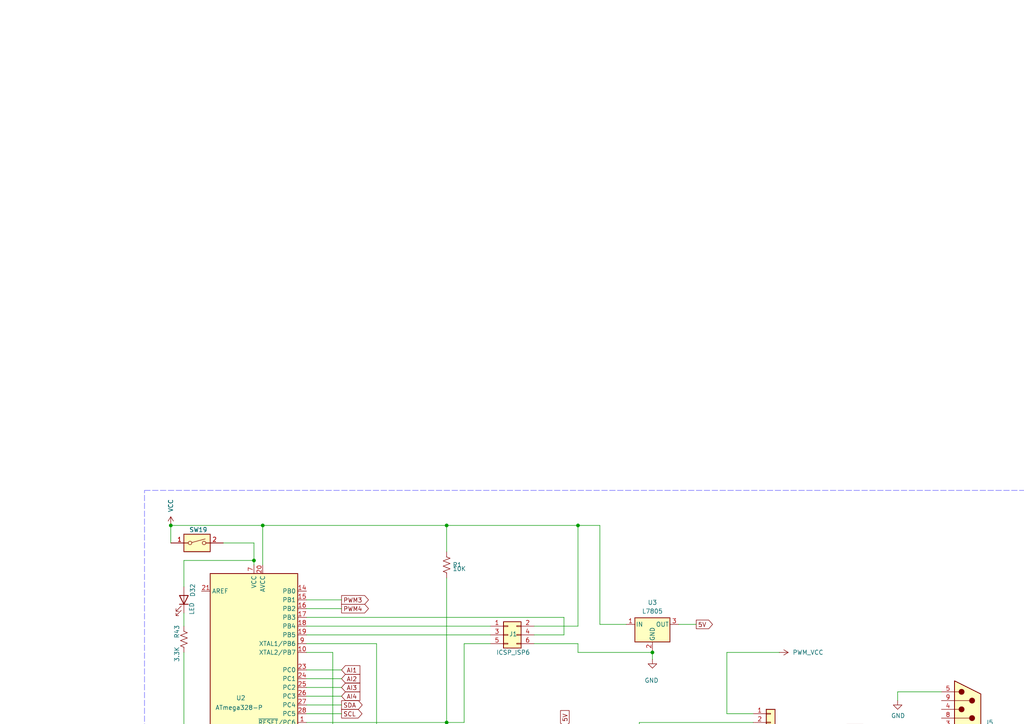
<source format=kicad_sch>
(kicad_sch (version 20250114) (generator "eeschema") (generator_version "9.0")
  (paper "A4")
  (lib_symbols
    (symbol "Connector:DE9_Pins" (pin_names (offset 1.016) (hide yes))
      (property "Reference" "J" (at 0 13.97 0))
      (property "Value" "DE9_Pins" (at 0 -14.605 0))
      (symbol "DE9_Pins_0_1"
        (polyline (pts (xy -3.81 10.16) (xy -2.54 10.16)))
        (polyline (pts (xy -3.81 7.62) (xy 0.508 7.62)))
        (polyline (pts (xy -3.81 5.08) (xy -2.54 5.08)))
        (polyline (pts (xy -3.81 2.54) (xy 0.508 2.54)))
        (polyline (pts (xy -3.81 0) (xy -2.54 0)))
        (polyline (pts (xy -3.81 -2.54) (xy 0.508 -2.54)))
        (polyline (pts (xy -3.81 -5.08) (xy -2.54 -5.08)))
        (polyline (pts (xy -3.81 -7.62) (xy 0.508 -7.62)))
        (polyline (pts (xy -3.81 -10.16) (xy -2.54 -10.16)))
        (polyline (pts (xy -3.81 -13.335) (xy -3.81 13.335) (xy 3.81 9.525) (xy 3.81 -9.525) (xy -3.81 -13.335)) (stroke (width 0.254)) (fill (type background)))
        (circle (center -1.778 10.16) (radius 0.762) (fill (type outline)))
        (circle (center -1.778 5.08) (radius 0.762) (fill (type outline)))
        (circle (center -1.778 0) (radius 0.762) (fill (type outline)))
        (circle (center -1.778 -5.08) (radius 0.762) (fill (type outline)))
        (circle (center -1.778 -10.16) (radius 0.762) (fill (type outline)))
        (circle (center 1.27 7.62) (radius 0.762) (fill (type outline)))
        (circle (center 1.27 2.54) (radius 0.762) (fill (type outline)))
        (circle (center 1.27 -2.54) (radius 0.762) (fill (type outline)))
        (circle (center 1.27 -7.62) (radius 0.762) (fill (type outline)))
      )
      (symbol "DE9_Pins_1_1"
        (pin passive line (at -7.62 10.16 0) (length 3.81) (name "5") (number "5"))
        (pin passive line (at -7.62 7.62 0) (length 3.81) (name "9") (number "9"))
        (pin passive line (at -7.62 5.08 0) (length 3.81) (name "4") (number "4"))
        (pin passive line (at -7.62 2.54 0) (length 3.81) (name "8") (number "8"))
        (pin passive line (at -7.62 0 0) (length 3.81) (name "3") (number "3"))
        (pin passive line (at -7.62 -2.54 0) (length 3.81) (name "7") (number "7"))
        (pin passive line (at -7.62 -5.08 0) (length 3.81) (name "2") (number "2"))
        (pin passive line (at -7.62 -7.62 0) (length 3.81) (name "6") (number "6"))
        (pin passive line (at -7.62 -10.16 0) (length 3.81) (name "1") (number "1"))
      )
    )
    (symbol "Connector_Generic:Conn_01x05" (pin_names (offset 1.016) (hide yes))
      (property "Reference" "J" (at 0 7.62 0))
      (property "Value" "Conn_01x05" (at 0 -7.62 0))
      (symbol "Conn_01x05_1_1"
        (rectangle (start -1.27 6.35) (end 1.27 -6.35) (stroke (width 0.254)) (fill (type background)))
        (rectangle (start -1.27 5.207) (end 0 4.953) (stroke (width 0.1524)))
        (rectangle (start -1.27 2.667) (end 0 2.413) (stroke (width 0.1524)))
        (rectangle (start -1.27 0.127) (end 0 -0.127) (stroke (width 0.1524)))
        (rectangle (start -1.27 -2.413) (end 0 -2.667) (stroke (width 0.1524)))
        (rectangle (start -1.27 -4.953) (end 0 -5.207) (stroke (width 0.1524)))
        (pin passive line (at -5.08 5.08 0) (length 3.81) (name "Pin_1") (number "1"))
        (pin passive line (at -5.08 2.54 0) (length 3.81) (name "Pin_2") (number "2"))
        (pin passive line (at -5.08 0 0) (length 3.81) (name "Pin_3") (number "3"))
        (pin passive line (at -5.08 -2.54 0) (length 3.81) (name "Pin_4") (number "4"))
        (pin passive line (at -5.08 -5.08 0) (length 3.81) (name "Pin_5") (number "5"))
      )
    )
    (symbol "Connector_Generic:Conn_02x03_Odd_Even" (pin_names (offset 1.016) (hide yes))
      (property "Reference" "J" (at 1.27 5.08 0))
      (property "Value" "Conn_02x03_Odd_Even" (at 1.27 -5.08 0))
      (symbol "Conn_02x03_Odd_Even_1_1"
        (rectangle (start -1.27 3.81) (end 3.81 -3.81) (stroke (width 0.254)) (fill (type background)))
        (rectangle (start -1.27 2.667) (end 0 2.413) (stroke (width 0.1524)))
        (rectangle (start -1.27 0.127) (end 0 -0.127) (stroke (width 0.1524)))
        (rectangle (start -1.27 -2.413) (end 0 -2.667) (stroke (width 0.1524)))
        (rectangle (start 3.81 2.667) (end 2.54 2.413) (stroke (width 0.1524)))
        (rectangle (start 3.81 0.127) (end 2.54 -0.127) (stroke (width 0.1524)))
        (rectangle (start 3.81 -2.413) (end 2.54 -2.667) (stroke (width 0.1524)))
        (pin passive line (at -5.08 2.54 0) (length 3.81) (name "Pin_1") (number "1"))
        (pin passive line (at -5.08 0 0) (length 3.81) (name "Pin_3") (number "3"))
        (pin passive line (at -5.08 -2.54 0) (length 3.81) (name "Pin_5") (number "5"))
        (pin passive line (at 7.62 2.54 180) (length 3.81) (name "Pin_2") (number "2"))
        (pin passive line (at 7.62 0 180) (length 3.81) (name "Pin_4") (number "4"))
        (pin passive line (at 7.62 -2.54 180) (length 3.81) (name "Pin_6") (number "6"))
      )
    )
    (symbol "Device:C_Small" (pin_numbers (hide yes)) (pin_names (offset 0.254) (hide yes))
      (property "Reference" "C" (at 0.254 1.778 0))
      (property "Value" "C_Small" (at 0.254 -2.032 0))
      (symbol "C_Small_0_1"
        (polyline (pts (xy -1.524 0.508) (xy 1.524 0.508)) (stroke (width 0.3048)))
        (polyline (pts (xy -1.524 -0.508) (xy 1.524 -0.508)) (stroke (width 0.3302)))
      )
      (symbol "C_Small_1_1"
        (pin passive line (at 0 2.54 270) (length 2.032) (name "~") (number "1"))
        (pin passive line (at 0 -2.54 90) (length 2.032) (name "~") (number "2"))
      )
    )
    (symbol "Device:C_Small_US" (pin_numbers (hide yes)) (pin_names (offset 0.254) (hide yes))
      (property "Reference" "C" (at 0.254 1.778 0))
      (property "Value" "C_Small_US" (at 0.254 -2.032 0))
      (symbol "C_Small_US_0_1"
        (polyline (pts (xy -1.524 0.508) (xy 1.524 0.508)) (stroke (width 0.3048)))
        (arc (start -1.524 -0.762) (mid 0 -0.3734) (end 1.524 -0.762) (stroke (width 0.3048)))
      )
      (symbol "C_Small_US_1_1"
        (pin passive line (at 0 2.54 270) (length 2.032) (name "~") (number "1"))
        (pin passive line (at 0 -2.54 90) (length 2.032) (name "~") (number "2"))
      )
    )
    (symbol "Device:Crystal_Small" (pin_numbers (hide yes)) (pin_names (offset 1.016) (hide yes))
      (property "Reference" "Y" (at 0 2.54 0))
      (property "Value" "Crystal_Small" (at 0 -2.54 0))
      (symbol "Crystal_Small_0_1"
        (polyline (pts (xy -1.27 -0.762) (xy -1.27 0.762)) (stroke (width 0.381)))
        (rectangle (start -0.762 -1.524) (end 0.762 1.524))
        (polyline (pts (xy 1.27 -0.762) (xy 1.27 0.762)) (stroke (width 0.381)))
      )
      (symbol "Crystal_Small_1_1"
        (pin passive line (at -2.54 0 0) (length 1.27) (name "1") (number "1"))
        (pin passive line (at 2.54 0 180) (length 1.27) (name "2") (number "2"))
      )
    )
    (symbol "Device:LED" (pin_numbers (hide yes)) (pin_names (offset 1.016) (hide yes))
      (property "Reference" "D" (at 0 2.54 0))
      (property "Value" "LED" (at 0 -2.54 0))
      (symbol "LED_0_1"
        (polyline (pts (xy -3.048 -0.762) (xy -4.572 -2.286) (xy -3.81 -2.286) (xy -4.572 -2.286) (xy -4.572 -1.524)))
        (polyline (pts (xy -1.778 -0.762) (xy -3.302 -2.286) (xy -2.54 -2.286) (xy -3.302 -2.286) (xy -3.302 -1.524)))
        (polyline (pts (xy -1.27 0) (xy 1.27 0)))
        (polyline (pts (xy -1.27 -1.27) (xy -1.27 1.27)) (stroke (width 0.254)))
        (polyline (pts (xy 1.27 -1.27) (xy 1.27 1.27) (xy -1.27 0) (xy 1.27 -1.27)) (stroke (width 0.254)))
      )
      (symbol "LED_1_1"
        (pin passive line (at -3.81 0 0) (length 2.54) (name "K") (number "1"))
        (pin passive line (at 3.81 0 180) (length 2.54) (name "A") (number "2"))
      )
    )
    (symbol "Device:R_US" (pin_numbers (hide yes)) (pin_names (offset 0))
      (property "Reference" "R" (at 2.54 0 90))
      (property "Value" "R_US" (at -2.54 0 90))
      (symbol "R_US_0_1"
        (polyline (pts (xy 0 2.286) (xy 0 2.54)))
        (polyline (pts (xy 0 2.286) (xy 1.016 1.905) (xy 0 1.524) (xy -1.016 1.143) (xy 0 0.762)))
        (polyline (pts (xy 0 0.762) (xy 1.016 0.381) (xy 0 0) (xy -1.016 -0.381) (xy 0 -0.762)))
        (polyline (pts (xy 0 -0.762) (xy 1.016 -1.143) (xy 0 -1.524) (xy -1.016 -1.905) (xy 0 -2.286)))
        (polyline (pts (xy 0 -2.286) (xy 0 -2.54)))
      )
      (symbol "R_US_1_1"
        (pin passive line (at 0 3.81 270) (length 1.27) (name "~") (number "1"))
        (pin passive line (at 0 -3.81 90) (length 1.27) (name "~") (number "2"))
      )
    )
    (symbol "MCU_Microchip_ATmega:ATmega328-P"
      (property "Reference" "U" (at -12.7 36.83 0))
      (property "Value" "ATmega328-P" (at 2.54 -36.83 0))
      (symbol "ATmega328-P_0_1"
        (rectangle (start -12.7 -35.56) (end 12.7 35.56) (stroke (width 0.254)) (fill (type background)))
      )
      (symbol "ATmega328-P_1_1"
        (pin passive line (at -15.24 30.48 0) (length 2.54) (name "AREF") (number "21"))
        (pin power_in line (at 0 38.1 270) (length 2.54) (name "VCC") (number "7"))
        (pin passive line (at 0 -38.1 90) (length 2.54) (hide yes) (name "GND") (number "22"))
        (pin power_in line (at 0 -38.1 90) (length 2.54) (name "GND") (number "8"))
        (pin power_in line (at 2.54 38.1 270) (length 2.54) (name "AVCC") (number "20"))
        (pin bidirectional line (at 15.24 30.48 180) (length 2.54) (name "PB0") (number "14"))
        (pin bidirectional line (at 15.24 27.94 180) (length 2.54) (name "PB1") (number "15"))
        (pin bidirectional line (at 15.24 25.4 180) (length 2.54) (name "PB2") (number "16"))
        (pin bidirectional line (at 15.24 22.86 180) (length 2.54) (name "PB3") (number "17"))
        (pin bidirectional line (at 15.24 20.32 180) (length 2.54) (name "PB4") (number "18"))
        (pin bidirectional line (at 15.24 17.78 180) (length 2.54) (name "PB5") (number "19"))
        (pin bidirectional line (at 15.24 15.24 180) (length 2.54) (name "XTAL1/PB6") (number "9"))
        (pin bidirectional line (at 15.24 12.7 180) (length 2.54) (name "XTAL2/PB7") (number "10"))
        (pin bidirectional line (at 15.24 7.62 180) (length 2.54) (name "PC0") (number "23"))
        (pin bidirectional line (at 15.24 5.08 180) (length 2.54) (name "PC1") (number "24"))
        (pin bidirectional line (at 15.24 2.54 180) (length 2.54) (name "PC2") (number "25"))
        (pin bidirectional line (at 15.24 0 180) (length 2.54) (name "PC3") (number "26"))
        (pin bidirectional line (at 15.24 -2.54 180) (length 2.54) (name "PC4") (number "27"))
        (pin bidirectional line (at 15.24 -5.08 180) (length 2.54) (name "PC5") (number "28"))
        (pin bidirectional line (at 15.24 -7.62 180) (length 2.54) (name "~{RESET}/PC6") (number "1"))
        (pin bidirectional line (at 15.24 -12.7 180) (length 2.54) (name "PD0") (number "2"))
        (pin bidirectional line (at 15.24 -15.24 180) (length 2.54) (name "PD1") (number "3"))
        (pin bidirectional line (at 15.24 -17.78 180) (length 2.54) (name "PD2") (number "4"))
        (pin bidirectional line (at 15.24 -20.32 180) (length 2.54) (name "PD3") (number "5"))
        (pin bidirectional line (at 15.24 -22.86 180) (length 2.54) (name "PD4") (number "6"))
        (pin bidirectional line (at 15.24 -25.4 180) (length 2.54) (name "PD5") (number "11"))
        (pin bidirectional line (at 15.24 -27.94 180) (length 2.54) (name "PD6") (number "12"))
        (pin bidirectional line (at 15.24 -30.48 180) (length 2.54) (name "PD7") (number "13"))
      )
    )
    (symbol "Regulator_Linear:L7805" (pin_names (offset 0.254))
      (property "Reference" "U" (at -3.81 3.175 0))
      (property "Value" "L7805" (at 0 3.175 0))
      (symbol "L7805_0_1"
        (rectangle (start -5.08 1.905) (end 5.08 -5.08) (stroke (width 0.254)) (fill (type background)))
      )
      (symbol "L7805_1_1"
        (pin power_in line (at -7.62 0 0) (length 2.54) (name "IN") (number "1"))
        (pin power_in line (at 0 -7.62 90) (length 2.54) (name "GND") (number "2"))
        (pin power_out line (at 7.62 0 180) (length 2.54) (name "OUT") (number "3"))
      )
    )
    (symbol "Switch:SW_DIP_x01" (pin_names (offset 0) (hide yes))
      (property "Reference" "SW" (at 0 3.81 0))
      (property "Value" "SW_DIP_x01" (at 0 -3.81 0))
      (symbol "SW_DIP_x01_0_0"
        (circle (center -2.032 0) (radius 0.508))
        (polyline (pts (xy -1.524 0.127) (xy 2.3622 1.1684)))
        (circle (center 2.032 0) (radius 0.508))
      )
      (symbol "SW_DIP_x01_0_1"
        (rectangle (start -3.81 2.54) (end 3.81 -2.54) (stroke (width 0.254)) (fill (type background)))
      )
      (symbol "SW_DIP_x01_1_1"
        (pin passive line (at -7.62 0 0) (length 5.08) (name "~") (number "1"))
        (pin passive line (at 7.62 0 180) (length 5.08) (name "~") (number "2"))
      )
    )
    (symbol "Switch:SW_Push" (pin_numbers (hide yes)) (pin_names (offset 1.016) (hide yes))
      (property "Reference" "SW" (at 1.27 2.54 0))
      (property "Value" "SW_Push" (at 0 -1.524 0))
      (symbol "SW_Push_0_1"
        (circle (center -2.032 0) (radius 0.508))
        (polyline (pts (xy 0 1.27) (xy 0 3.048)))
        (circle (center 2.032 0) (radius 0.508))
        (polyline (pts (xy 2.54 1.27) (xy -2.54 1.27)))
        (pin passive line (at -5.08 0 0) (length 2.54) (name "1") (number "1"))
        (pin passive line (at 5.08 0 180) (length 2.54) (name "2") (number "2"))
      )
    )
    (symbol "Transistor_BJT:PN2222A" (pin_names (offset 0) (hide yes))
      (property "Reference" "Q" (at 5.08 1.905 0))
      (property "Value" "PN2222A" (at 5.08 0 0))
      (symbol "PN2222A_0_1"
        (polyline (pts (xy -2.54 0) (xy 0.635 0)))
        (polyline (pts (xy 0.635 1.905) (xy 0.635 -1.905)) (stroke (width 0.508)))
        (circle (center 1.27 0) (radius 2.8194) (stroke (width 0.254)))
      )
      (symbol "PN2222A_1_1"
        (polyline (pts (xy 0.635 0.635) (xy 2.54 2.54)))
        (polyline (pts (xy 0.635 -0.635) (xy 2.54 -2.54)))
        (polyline (pts (xy 1.27 -1.778) (xy 1.778 -1.27) (xy 2.286 -2.286) (xy 1.27 -1.778)) (fill (type outline)))
        (pin input line (at -5.08 0 0) (length 2.54) (name "B") (number "2"))
        (pin passive line (at 2.54 5.08 270) (length 2.54) (name "C") (number "3"))
        (pin passive line (at 2.54 -5.08 90) (length 2.54) (name "E") (number "1"))
      )
    )
    (symbol "Transistor_FET:IRF4905" (pin_names (hide yes))
      (property "Reference" "Q" (at 5.08 1.905 0))
      (property "Value" "IRF4905" (at 5.08 0 0))
      (symbol "IRF4905_0_1"
        (polyline (pts (xy 0.254 1.905) (xy 0.254 -1.905)) (stroke (width 0.254)))
        (polyline (pts (xy 0.254 0) (xy -2.54 0)))
        (polyline (pts (xy 0.762 2.286) (xy 0.762 1.27)) (stroke (width 0.254)))
        (polyline (pts (xy 0.762 1.778) (xy 3.302 1.778) (xy 3.302 -1.778) (xy 0.762 -1.778)))
        (polyline (pts (xy 0.762 0.508) (xy 0.762 -0.508)) (stroke (width 0.254)))
        (polyline (pts (xy 0.762 -1.27) (xy 0.762 -2.286)) (stroke (width 0.254)))
        (circle (center 1.651 0) (radius 2.794) (stroke (width 0.254)))
        (polyline (pts (xy 2.286 0) (xy 1.27 0.381) (xy 1.27 -0.381) (xy 2.286 0)) (fill (type outline)))
        (polyline (pts (xy 2.54 2.54) (xy 2.54 1.778)))
        (circle (center 2.54 1.778) (radius 0.254) (fill (type outline)))
        (circle (center 2.54 -1.778) (radius 0.254) (fill (type outline)))
        (polyline (pts (xy 2.54 -2.54) (xy 2.54 0) (xy 0.762 0)))
        (polyline (pts (xy 2.794 -0.508) (xy 2.921 -0.381) (xy 3.683 -0.381) (xy 3.81 -0.254)))
        (polyline (pts (xy 3.302 -0.381) (xy 2.921 0.254) (xy 3.683 0.254) (xy 3.302 -0.381)))
      )
      (symbol "IRF4905_1_1"
        (pin input line (at -5.08 0 0) (length 2.54) (name "G") (number "1"))
        (pin passive line (at 2.54 5.08 270) (length 2.54) (name "D") (number "2"))
        (pin passive line (at 2.54 -5.08 90) (length 2.54) (name "S") (number "3"))
      )
    )
    (symbol "power:GND" (power) (pin_numbers (hide yes)) (pin_names (offset 0) (hide yes))
      (property "Value" "GND" (at 0 -3.81 0))
      (symbol "GND_0_1"
        (polyline (pts (xy 0 0) (xy 0 -1.27) (xy 1.27 -1.27) (xy 0 -2.54) (xy -1.27 -1.27) (xy 0 -1.27)))
      )
      (symbol "GND_1_1"
        (pin power_in line (at 0 0 270) (length 0) (name "~") (number "1"))
      )
    )
    (symbol "power:VCC" (power) (pin_numbers (hide yes)) (pin_names (offset 0) (hide yes))
      (property "Value" "VCC" (at 0 3.556 0))
      (symbol "VCC_0_1"
        (polyline (pts (xy -0.762 1.27) (xy 0 2.54)))
        (polyline (pts (xy 0 2.54) (xy 0.762 1.27)))
        (polyline (pts (xy 0 0) (xy 0 2.54)))
      )
      (symbol "VCC_1_1"
        (pin power_in line (at 0 0 90) (length 0) (name "~") (number "1"))
      )
    )
  )
  (rectangle (start 41.91 142.24) (end 297.18 279.4) (stroke (width 0) (type dash) (color 99 93 255 1)))
  (text "Atemga328-PWM" (at 54.102 276.098 0) (effects (font (size 1.27 1.27))))
  (junction (at 76.2 152.4))
  (junction (at 163.83 222.25))
  (junction (at 227.33 261.62))
  (junction (at 179.07 240.03))
  (junction (at 109.22 245.11))
  (junction (at 210.82 248.92))
  (junction (at 238.76 267.97))
  (junction (at 238.76 256.54))
  (junction (at 199.39 254))
  (junction (at 129.54 209.55))
  (junction (at 167.64 152.4))
  (junction (at 167.64 245.11))
  (junction (at 109.22 233.172))
  (junction (at 73.66 162.56))
  (junction (at 73.66 245.11))
  (junction (at 129.54 152.4))
  (junction (at 151.13 228.6))
  (junction (at 179.07 251.46))
  (junction (at 96.52 233.172))
  (junction (at 189.23 189.23))
  (junction (at 49.53 152.4))
  (junction (at 96.52 245.11))
  (junction (at 210.82 260.35))
  (junction (at 163.83 234.95))
  (wire (pts (xy 226.06 189.23) (xy 210.82 189.23)))
  (wire (pts (xy 173.99 152.4) (xy 173.99 181.102)))
  (wire (pts (xy 218.44 212.09) (xy 196.85 212.09)))
  (wire (pts (xy 255.27 215.9) (xy 273.05 215.9)))
  (wire (pts (xy 96.52 245.11) (xy 96.52 258.572)))
  (wire (pts (xy 88.9 194.31) (xy 99.06 194.31)))
  (wire (pts (xy 96.52 189.23) (xy 96.52 233.172)))
  (wire (pts (xy 227.33 267.97) (xy 238.76 267.97)))
  (wire (pts (xy 260.35 200.66) (xy 260.35 203.2)))
  (wire (pts (xy 154.94 181.61) (xy 167.64 181.61)))
  (wire (pts (xy 227.33 261.62) (xy 231.14 261.62)))
  (wire (pts (xy 88.9 173.99) (xy 99.06 173.99)))
  (wire (pts (xy 198.12 254) (xy 199.39 254)))
  (wire (pts (xy 163.83 220.98) (xy 163.83 222.25)))
  (wire (pts (xy 96.52 233.172) (xy 96.52 235.712)))
  (wire (pts (xy 214.63 227.33) (xy 256.54 227.33)))
  (wire (pts (xy 254 211.328) (xy 254 210.82)))
  (wire (pts (xy 226.06 261.62) (xy 227.33 261.62)))
  (wire (pts (xy 254 210.82) (xy 273.05 210.82)))
  (wire (pts (xy 76.2 152.4) (xy 129.54 152.4)))
  (wire (pts (xy 167.64 251.46) (xy 179.07 251.46)))
  (wire (pts (xy 210.82 237.49) (xy 210.82 240.03)))
  (wire (pts (xy 238.76 255.27) (xy 238.76 256.54)))
  (wire (pts (xy 154.94 186.69) (xy 167.64 186.69)))
  (wire (pts (xy 185.42 209.55) (xy 185.42 217.17)))
  (wire (pts (xy 151.13 234.95) (xy 163.83 234.95)))
  (wire (pts (xy 88.9 207.01) (xy 99.06 207.01)))
  (wire (pts (xy 251.46 216.408) (xy 255.27 216.408)))
  (wire (pts (xy 88.9 186.69) (xy 109.22 186.69)))
  (wire (pts (xy 207.01 214.63) (xy 207.01 229.87)))
  (wire (pts (xy 163.83 210.82) (xy 163.83 213.36)))
  (wire (pts (xy 151.13 228.6) (xy 156.21 228.6)))
  (wire (pts (xy 207.01 229.87) (xy 228.6 229.87)))
  (wire (pts (xy 151.13 233.68) (xy 151.13 234.95)))
  (wire (pts (xy 179.07 238.76) (xy 179.07 240.03)))
  (wire (pts (xy 105.41 233.172) (xy 109.22 233.172)))
  (wire (pts (xy 88.9 196.85) (xy 99.06 196.85)))
  (wire (pts (xy 53.34 189.23) (xy 53.34 245.11)))
  (wire (pts (xy 167.64 189.23) (xy 189.23 189.23)))
  (wire (pts (xy 88.9 181.61) (xy 142.24 181.61)))
  (wire (pts (xy 199.39 260.35) (xy 210.82 260.35)))
  (wire (pts (xy 163.83 234.95) (xy 163.83 237.49)))
  (wire (pts (xy 163.576 184.15) (xy 154.94 184.15)))
  (wire (pts (xy 166.37 245.11) (xy 167.64 245.11)))
  (wire (pts (xy 163.576 179.07) (xy 163.576 184.15)))
  (wire (pts (xy 64.77 157.48) (xy 73.66 157.48)))
  (wire (pts (xy 163.83 222.25) (xy 163.83 223.52)))
  (wire (pts (xy 238.76 266.7) (xy 238.76 267.97)))
  (wire (pts (xy 73.66 162.56) (xy 73.66 163.83)))
  (wire (pts (xy 199.39 254) (xy 203.2 254)))
  (wire (pts (xy 210.82 189.23) (xy 210.82 207.01)))
  (wire (pts (xy 218.44 214.63) (xy 207.01 214.63)))
  (wire (pts (xy 53.34 245.11) (xy 73.66 245.11)))
  (wire (pts (xy 218.44 217.17) (xy 214.63 217.17)))
  (wire (pts (xy 129.54 152.4) (xy 167.64 152.4)))
  (wire (pts (xy 96.52 233.172) (xy 100.33 233.172)))
  (wire (pts (xy 149.86 228.6) (xy 151.13 228.6)))
  (wire (pts (xy 210.82 259.08) (xy 210.82 260.35)))
  (wire (pts (xy 53.34 170.18) (xy 53.34 162.56)))
  (wire (pts (xy 179.07 251.46) (xy 179.07 254)))
  (wire (pts (xy 210.82 247.65) (xy 210.82 248.92)))
  (wire (pts (xy 218.44 209.55) (xy 185.42 209.55)))
  (wire (pts (xy 228.6 229.87) (xy 228.6 243.84)))
  (wire (pts (xy 73.66 240.03) (xy 73.66 245.11)))
  (wire (pts (xy 248.92 256.54) (xy 238.76 256.54)))
  (wire (pts (xy 129.54 152.4) (xy 129.54 160.02)))
  (wire (pts (xy 179.07 250.19) (xy 179.07 251.46)))
  (wire (pts (xy 196.85 212.09) (xy 196.85 234.95)))
  (wire (pts (xy 129.54 167.64) (xy 129.54 209.55)))
  (wire (pts (xy 88.9 184.15) (xy 142.24 184.15)))
  (wire (pts (xy 109.22 186.69) (xy 109.22 233.172)))
  (wire (pts (xy 129.54 209.55) (xy 129.54 231.14)))
  (wire (pts (xy 251.46 211.328) (xy 254 211.328)))
  (wire (pts (xy 134.62 186.69) (xy 134.62 209.55)))
  (wire (pts (xy 49.53 157.48) (xy 49.53 152.4)))
  (wire (pts (xy 88.9 179.07) (xy 163.576 179.07)))
  (wire (pts (xy 214.63 217.17) (xy 214.63 227.33)))
  (wire (pts (xy 88.9 199.39) (xy 99.06 199.39)))
  (wire (pts (xy 255.27 216.408) (xy 255.27 215.9)))
  (wire (pts (xy 167.64 250.19) (xy 167.64 251.46)))
  (wire (pts (xy 142.24 186.69) (xy 134.62 186.69)))
  (wire (pts (xy 88.9 189.23) (xy 96.52 189.23)))
  (wire (pts (xy 210.82 260.35) (xy 210.82 262.89)))
  (wire (pts (xy 88.9 209.55) (xy 129.54 209.55)))
  (wire (pts (xy 73.66 157.48) (xy 73.66 162.56)))
  (wire (pts (xy 109.22 245.11) (xy 96.52 245.11)))
  (wire (pts (xy 189.23 240.03) (xy 179.07 240.03)))
  (wire (pts (xy 256.54 227.33) (xy 256.54 251.46)))
  (wire (pts (xy 163.83 233.68) (xy 163.83 234.95)))
  (wire (pts (xy 73.66 245.11) (xy 96.52 245.11)))
  (wire (pts (xy 88.9 176.53) (xy 99.06 176.53)))
  (wire (pts (xy 76.2 152.4) (xy 76.2 163.83)))
  (wire (pts (xy 88.9 227.33) (xy 100.33 227.33)))
  (wire (pts (xy 189.23 189.23) (xy 189.23 191.262)))
  (wire (pts (xy 53.34 177.8) (xy 53.34 181.61)))
  (wire (pts (xy 96.52 240.792) (xy 96.52 245.11)))
  (wire (pts (xy 173.99 181.102) (xy 181.61 181.102)))
  (wire (pts (xy 196.85 181.102) (xy 201.93 181.102)))
  (wire (pts (xy 273.05 200.66) (xy 260.35 200.66)))
  (wire (pts (xy 129.54 209.55) (xy 134.62 209.55)))
  (wire (pts (xy 163.83 222.25) (xy 177.8 222.25)))
  (wire (pts (xy 227.33 266.7) (xy 227.33 267.97)))
  (wire (pts (xy 88.9 229.87) (xy 100.33 229.87)))
  (wire (pts (xy 238.76 267.97) (xy 238.76 270.51)))
  (wire (pts (xy 220.98 248.92) (xy 210.82 248.92)))
  (wire (pts (xy 238.76 245.11) (xy 238.76 247.65)))
  (wire (pts (xy 109.22 233.172) (xy 109.22 235.712)))
  (wire (pts (xy 129.54 245.11) (xy 109.22 245.11)))
  (wire (pts (xy 88.9 204.47) (xy 99.06 204.47)))
  (wire (pts (xy 53.34 162.56) (xy 73.66 162.56)))
  (wire (pts (xy 179.07 228.6) (xy 179.07 231.14)))
  (wire (pts (xy 189.23 188.722) (xy 189.23 189.23)))
  (wire (pts (xy 167.64 186.69) (xy 167.64 189.23)))
  (wire (pts (xy 167.64 152.4) (xy 167.64 181.61)))
  (wire (pts (xy 88.9 217.17) (xy 99.06 217.17)))
  (wire (pts (xy 167.64 152.4) (xy 173.99 152.4)))
  (wire (pts (xy 49.53 152.4) (xy 76.2 152.4)))
  (wire (pts (xy 88.9 201.93) (xy 99.06 201.93)))
  (wire (pts (xy 88.9 214.63) (xy 99.06 214.63)))
  (wire (pts (xy 129.54 241.3) (xy 129.54 245.11)))
  (wire (pts (xy 218.44 207.01) (xy 210.82 207.01)))
  (wire (pts (xy 199.39 259.08) (xy 199.39 260.35)))
  (wire (pts (xy 167.64 245.11) (xy 171.45 245.11)))
  (wire (pts (xy 109.22 240.792) (xy 109.22 245.11)))
  (global_label "5V" (shape output) (at 201.93 181.102 0) (property "Intersheetrefs" "${INTERSHEET_REFS}" (effects (hide yes))))
  (global_label "5V" (shape input) (at 238.76 245.11 90) (property "Intersheetrefs" "${INTERSHEET_REFS}" (effects (hide yes))))
  (global_label "TXD" (shape input) (at 251.46 211.328 180) (property "Intersheetrefs" "${INTERSHEET_REFS}" (effects (hide yes))))
  (global_label "SCL" (shape output) (at 99.06 207.01 0) (property "Intersheetrefs" "${INTERSHEET_REFS}" (effects (hide yes))))
  (global_label "5V" (shape input) (at 210.82 237.49 90) (property "Intersheetrefs" "${INTERSHEET_REFS}" (effects (hide yes))))
  (global_label "AI1" (shape input) (at 99.06 194.31 0) (property "Intersheetrefs" "${INTERSHEET_REFS}" (effects (hide yes))))
  (global_label "RXD" (shape output) (at 99.06 214.63 0) (property "Intersheetrefs" "${INTERSHEET_REFS}" (effects (hide yes))))
  (global_label "TXD" (shape output) (at 99.06 217.17 0) (property "Intersheetrefs" "${INTERSHEET_REFS}" (effects (hide yes))))
  (global_label "PWM2" (shape output) (at 100.33 229.87 0) (property "Intersheetrefs" "${INTERSHEET_REFS}" (effects (hide yes))))
  (global_label "PWM1" (shape output) (at 100.33 227.33 0) (property "Intersheetrefs" "${INTERSHEET_REFS}" (effects (hide yes))))
  (global_label "PWM3" (shape output) (at 99.06 173.99 0) (property "Intersheetrefs" "${INTERSHEET_REFS}" (effects (hide yes))))
  (global_label "5V" (shape input) (at 179.07 228.6 90) (property "Intersheetrefs" "${INTERSHEET_REFS}" (effects (hide yes))))
  (global_label "AI2" (shape input) (at 99.06 196.85 0) (property "Intersheetrefs" "${INTERSHEET_REFS}" (effects (hide yes))))
  (global_label "SDA" (shape output) (at 99.06 204.47 0) (property "Intersheetrefs" "${INTERSHEET_REFS}" (effects (hide yes))))
  (global_label "AI3" (shape input) (at 99.06 199.39 0) (property "Intersheetrefs" "${INTERSHEET_REFS}" (effects (hide yes))))
  (global_label "PWM2" (shape input) (at 166.37 245.11 180) (property "Intersheetrefs" "${INTERSHEET_REFS}" (effects (hide yes))))
  (global_label "RXD" (shape input) (at 251.46 216.408 180) (property "Intersheetrefs" "${INTERSHEET_REFS}" (effects (hide yes))))
  (global_label "5V" (shape input) (at 163.83 210.82 90) (property "Intersheetrefs" "${INTERSHEET_REFS}" (effects (hide yes))))
  (global_label "PWM4" (shape input) (at 226.06 261.62 180) (property "Intersheetrefs" "${INTERSHEET_REFS}" (effects (hide yes))))
  (global_label "PWM1" (shape input) (at 149.86 228.6 180) (property "Intersheetrefs" "${INTERSHEET_REFS}" (effects (hide yes))))
  (global_label "AI4" (shape input) (at 99.06 201.93 0) (property "Intersheetrefs" "${INTERSHEET_REFS}" (effects (hide yes))))
  (global_label "PWM3" (shape input) (at 198.12 254 180) (property "Intersheetrefs" "${INTERSHEET_REFS}" (effects (hide yes))))
  (global_label "PWM4" (shape output) (at 99.06 176.53 0) (property "Intersheetrefs" "${INTERSHEET_REFS}" (effects (hide yes))))
  (symbol (lib_id "Transistor_BJT:PN2222A") (at 176.53 245.11 0) (unit 1)
    (property "Reference" "Q6" (at 181.61 243.8399 0) (effects (justify left)))
    (property "Value" "PN2222A" (at 181.61 246.3799 0) (effects (justify left)))
    (property "Footprint" "Package_TO_SOT_THT:TO-92_Inline" (effects (hide yes)))
    (property "Datasheet" "https://www.onsemi.com/pub/Collateral/PN2222-D.PDF" (effects (hide yes)))
    (property "Description" "1A Ic, 40V Vce, NPN Transistor, General Purpose Transistor, TO-92" (effects (hide yes)))
  )
  (symbol (lib_id "Device:Crystal_Small") (at 102.87 233.172 0) (unit 1)
    (property "Reference" "Y1" (effects (hide yes)))
    (property "Value" "16MHz" (effects (hide yes)))
    (property "Footprint" "Crystal:Crystal_HC49-4H_Vertical" (effects (hide yes)))
  )
  (symbol (lib_id "Device:R_US") (at 179.07 234.95 0) (unit 1)
    (property "Reference" "R4" (at 180.086 233.68 0) (effects (justify left)))
    (property "Value" "100" (at 180.34 236.22 0) (effects (justify left)))
    (property "Footprint" "Resistor_THT:R_Axial_DIN0204_L3.6mm_D1.6mm_P5.08mm_Horizontal" (effects (hide yes)))
    (property "Description" "Resistor, US symbol" (effects (hide yes)))
  )
  (symbol (lib_id "Device:R_US") (at 129.54 163.83 0) (unit 1)
    (property "Reference" "R1" (at 131.2672 163.83 0) (effects (justify left)))
    (property "Value" "10K" (at 131.2672 164.973 0) (effects (justify left)))
    (property "Footprint" "Resistor_THT:R_Axial_DIN0204_L3.6mm_D1.6mm_P5.08mm_Horizontal" (effects (hide yes)))
  )
  (symbol (lib_id "Device:C_Small") (at 96.52 238.252 0) (unit 1)
    (property "Reference" "C1" (at 98.8568 238.252 0) (effects (justify left)))
    (property "Value" "22pF" (at 99.314 240.284 0) (effects (justify left)))
    (property "Footprint" "Capacitor_THT:CP_Radial_D5.0mm_P2.00mm" (effects (hide yes)))
  )
  (symbol (lib_id "MCU_Microchip_ATmega:ATmega328-P") (at 73.66 201.93 0) (unit 1)
    (property "Reference" "U2" (at 69.85 202.438 0))
    (property "Value" "ATmega328-P" (at 69.342 205.232 0))
    (property "Footprint" "Package_DIP:DIP-28_W7.62mm" (effects (hide yes)))
    (property "Datasheet" "http://ww1.microchip.com/downloads/en/DeviceDoc/ATmega328_P%20AVR%20MCU%20with%20picoPower%20Technology%20Data%20Sheet%2040001984A.pdf" (effects (hide yes)))
    (property "Description" "20MHz, 32kB Flash, 2kB SRAM, 1kB EEPROM, DIP-28" (effects (hide yes)))
  )
  (symbol (lib_id "Connector_Generic:Conn_01x05") (at 223.52 212.09 0) (unit 1)
    (property "Reference" "J3" (at 226.06 210.8199 0) (effects (justify left)))
    (property "Value" "Conn_01x05" (at 226.06 213.3599 0) (effects (justify left)))
    (property "Footprint" "Connector_Phoenix_GMSTB:PhoenixContact_GMSTBA_2,5_5-G_1x05_P7.50mm_Horizontal" (effects (hide yes)))
    (property "Description" "Generic connector, single row, 01x05, script generated (kicad-library-utils/schlib/autogen/connector/)" (effects (hide yes)))
  )
  (symbol (lib_id "Transistor_FET:IRF4905") (at 254 256.54 0) (mirror x) (unit 1)
    (property "Reference" "Q4" (at 260.35 257.8101 0) (effects (justify left)))
    (property "Value" "IRF4905" (at 260.35 255.2701 0) (effects (justify left)))
    (property "Footprint" "Package_TO_SOT_THT:TO-220-3_Vertical" (effects (hide yes)))
    (property "Datasheet" "http://www.infineon.com/dgdl/irf4905.pdf?fileId=5546d462533600a4015355e32165197c" (effects (hide yes)))
    (property "Description" "-74A Id, -55V Vds, Single P-Channel HEXFET Power MOSFET, 20mOhm Ron, TO-220AB" (effects (hide yes)))
  )
  (symbol (lib_id "power:GND") (at 228.6 254 0) (unit 1)
    (property "Reference" "#PWR010" (effects (hide yes)))
    (property "Value" "GND" (at 228.727 257.2512 90) (effects (justify right)))
  )
  (symbol (lib_id "power:VCC") (at 226.06 189.23 270) (unit 1)
    (property "Reference" "#PWR08" (effects (hide yes)))
    (property "Value" "PWM_VCC" (at 229.87 189.23 90) (effects (justify left)))
  )
  (symbol (lib_id "Transistor_BJT:PN2222A") (at 161.29 228.6 0) (unit 1)
    (property "Reference" "Q5" (at 166.37 227.3299 0) (effects (justify left)))
    (property "Value" "PN2222A" (at 166.37 229.8699 0) (effects (justify left)))
    (property "Footprint" "Package_TO_SOT_THT:TO-92_Inline" (effects (hide yes)))
    (property "Datasheet" "https://www.onsemi.com/pub/Collateral/PN2222-D.PDF" (effects (hide yes)))
    (property "Description" "1A Ic, 40V Vce, NPN Transistor, General Purpose Transistor, TO-92" (effects (hide yes)))
  )
  (symbol (lib_id "Regulator_Linear:L7805") (at 189.23 181.102 0) (unit 1)
    (property "Reference" "U3" (at 189.23 174.752 0))
    (property "Value" "L7805" (at 189.23 177.292 0))
    (property "Footprint" "Add_New:LM7805" (effects (hide yes)))
    (property "Datasheet" "http://www.st.com/content/ccc/resource/technical/document/datasheet/41/4f/b3/b0/12/d4/47/88/CD00000444.pdf/files/CD00000444.pdf/jcr:content/translations/en.CD00000444.pdf" (effects (hide yes)))
    (property "Description" "Positive 1.5A 35V Linear Regulator, Fixed Output 5V, TO-220/TO-263/TO-252" (effects (hide yes)))
  )
  (symbol (lib_id "Transistor_FET:IRF4905") (at 182.88 222.25 0) (mirror x) (unit 1)
    (property "Reference" "Q1" (at 189.23 223.5201 0) (effects (justify left)))
    (property "Value" "IRF4905" (at 189.23 220.9801 0) (effects (justify left)))
    (property "Footprint" "Package_TO_SOT_THT:TO-220-3_Vertical" (effects (hide yes)))
    (property "Datasheet" "http://www.infineon.com/dgdl/irf4905.pdf?fileId=5546d462533600a4015355e32165197c" (effects (hide yes)))
    (property "Description" "-74A Id, -55V Vds, Single P-Channel HEXFET Power MOSFET, 20mOhm Ron, TO-220AB" (effects (hide yes)))
  )
  (symbol (lib_id "Transistor_FET:IRF4905") (at 194.31 240.03 0) (mirror x) (unit 1)
    (property "Reference" "Q2" (at 200.66 241.3001 0) (effects (justify left)))
    (property "Value" "IRF4905" (at 200.66 238.7601 0) (effects (justify left)))
    (property "Footprint" "Package_TO_SOT_THT:TO-220-3_Vertical" (effects (hide yes)))
    (property "Datasheet" "http://www.infineon.com/dgdl/irf4905.pdf?fileId=5546d462533600a4015355e32165197c" (effects (hide yes)))
    (property "Description" "-74A Id, -55V Vds, Single P-Channel HEXFET Power MOSFET, 20mOhm Ron, TO-220AB" (effects (hide yes)))
  )
  (symbol (lib_id "Transistor_FET:IRF4905") (at 226.06 248.92 0) (mirror x) (unit 1)
    (property "Reference" "Q3" (at 232.41 250.1901 0) (effects (justify left)))
    (property "Value" "IRF4905" (at 232.41 247.6501 0) (effects (justify left)))
    (property "Footprint" "Package_TO_SOT_THT:TO-220-3_Vertical" (effects (hide yes)))
    (property "Datasheet" "http://www.infineon.com/dgdl/irf4905.pdf?fileId=5546d462533600a4015355e32165197c" (effects (hide yes)))
    (property "Description" "-74A Id, -55V Vds, Single P-Channel HEXFET Power MOSFET, 20mOhm Ron, TO-220AB" (effects (hide yes)))
  )
  (symbol (lib_id "Connector:DE9_Pins") (at 280.67 210.82 0) (unit 1)
    (property "Reference" "J5" (at 285.75 209.5499 0) (effects (justify left)))
    (property "Value" "DE9_Pins" (at 285.75 212.0899 0) (effects (justify left)))
    (property "Footprint" "Connector_Dsub:DSUB-9_Pins_Vertical_P2.77x2.84mm_MountingHoles" (effects (hide yes)))
    (property "Description" "9-pin D-SUB connector, pins (male)" (effects (hide yes)))
  )
  (symbol (lib_id "Device:R_US") (at 210.82 243.84 0) (unit 1)
    (property "Reference" "R18" (at 213.36 242.5699 0) (effects (justify left)))
    (property "Value" "100" (at 213.36 245.1099 0) (effects (justify left)))
    (property "Footprint" "Resistor_THT:R_Axial_DIN0204_L3.6mm_D1.6mm_P5.08mm_Horizontal" (effects (hide yes)))
    (property "Description" "Resistor, US symbol" (effects (hide yes)))
  )
  (symbol (lib_id "Device:LED") (at 53.34 173.99 270) (mirror x) (unit 1)
    (property "Reference" "D32" (at 55.88 171.196 0))
    (property "Value" "LED" (at 55.626 176.53 0))
    (property "Footprint" "LED_THT:LED_D3.0mm_Horizontal_O1.27mm_Z2.0mm" (effects (hide yes)))
    (property "Description" "Light emitting diode" (effects (hide yes)))
    (property "Sim.Pins" "1=K 2=A" (effects (hide yes)))
  )
  (symbol (lib_id "power:GND") (at 179.07 254 0) (unit 1)
    (property "Reference" "#PWR03" (effects (hide yes)))
    (property "Value" "GND" (at 179.197 258.3942 0))
  )
  (symbol (lib_id "power:VCC") (at 49.53 152.4 0) (unit 1)
    (property "Reference" "#PWR040" (effects (hide yes)))
    (property "Value" "VCC" (at 49.53 148.59 90) (effects (justify left)))
  )
  (symbol (lib_id "Device:R_US") (at 163.83 217.17 0) (unit 1)
    (property "Reference" "R3" (at 166.37 215.8999 0) (effects (justify left)))
    (property "Value" "100" (at 166.37 218.4399 0) (effects (justify left)))
    (property "Footprint" "Resistor_THT:R_Axial_DIN0204_L3.6mm_D1.6mm_P5.08mm_Horizontal" (effects (hide yes)))
    (property "Description" "Resistor, US symbol" (effects (hide yes)))
  )
  (symbol (lib_id "power:GND") (at 210.82 262.89 0) (unit 1)
    (property "Reference" "#PWR07" (effects (hide yes)))
    (property "Value" "GND" (at 210.947 267.2842 0))
  )
  (symbol (lib_id "Device:C_Small_US") (at 199.39 256.54 0) (unit 1)
    (property "Reference" "C7" (at 201.93 255.3969 0) (effects (justify left)))
    (property "Value" "1UF" (at 201.93 257.9369 0) (effects (justify left)))
    (property "Footprint" "Capacitor_THT:CP_Radial_D5.0mm_P2.00mm" (effects (hide yes)))
    (property "Description" "capacitor, small US symbol" (effects (hide yes)))
  )
  (symbol (lib_id "power:GND") (at 256.54 261.62 0) (unit 1)
    (property "Reference" "#PWR013" (effects (hide yes)))
    (property "Value" "GND" (at 256.667 264.8712 90) (effects (justify right)))
  )
  (symbol (lib_id "power:GND") (at 260.35 203.2 0) (unit 1)
    (property "Reference" "#PWR015" (effects (hide yes)))
    (property "Value" "GND" (at 260.477 207.5942 0))
  )
  (symbol (lib_id "Switch:SW_Push") (at 129.54 236.22 270) (unit 1)
    (property "Reference" "SW1" (at 134.112 237.744 90))
    (property "Value" "SW_Push" (effects (hide yes)))
    (property "Footprint" "Button_Switch_THT:SW_DIP_SPSTx01_Slide_6.7x4.1mm_W7.62mm_P2.54mm_LowProfile" (effects (hide yes)))
    (property "Description" "Push button switch, generic, two pins" (effects (hide yes)))
  )
  (symbol (lib_id "Connector_Generic:Conn_02x03_Odd_Even") (at 147.32 184.15 0) (unit 1)
    (property "Reference" "J1" (at 148.844 183.896 0))
    (property "Value" "ICSP_ISP6" (at 148.844 189.23 0))
    (property "Footprint" "Connector_PinHeader_2.00mm:PinHeader_2x03_P2.00mm_Vertical" (effects (hide yes)))
  )
  (symbol (lib_id "Device:R_US") (at 53.34 185.42 0) (unit 1)
    (property "Reference" "R43" (at 51.308 185.166 90) (effects (justify left)))
    (property "Value" "3.3K" (at 51.308 192.024 90) (effects (justify left)))
    (property "Footprint" "Resistor_THT:R_Axial_DIN0204_L3.6mm_D1.6mm_P5.08mm_Horizontal" (effects (hide yes)))
  )
  (symbol (lib_id "Device:C_Small_US") (at 151.13 231.14 0) (unit 1)
    (property "Reference" "C5" (at 151.384 233.934 0) (effects (justify left)))
    (property "Value" "1UF" (at 151.384 236.474 0) (effects (justify left)))
    (property "Footprint" "Capacitor_THT:CP_Radial_D5.0mm_P2.00mm" (effects (hide yes)))
    (property "Description" "capacitor, small US symbol" (effects (hide yes)))
  )
  (symbol (lib_id "power:GND") (at 96.52 258.572 0) (unit 1)
    (property "Reference" "#PWR01" (effects (hide yes)))
    (property "Value" "GND" (at 96.647 261.8232 90) (effects (justify right)))
  )
  (symbol (lib_id "power:GND") (at 163.83 237.49 0) (unit 1)
    (property "Reference" "#PWR02" (effects (hide yes)))
    (property "Value" "GND" (at 163.957 241.8842 0))
  )
  (symbol (lib_id "Device:C_Small_US") (at 167.64 247.65 0) (unit 1)
    (property "Reference" "C6" (at 170.18 246.5069 0) (effects (justify left)))
    (property "Value" "1UF" (at 170.18 249.0469 0) (effects (justify left)))
    (property "Footprint" "Capacitor_THT:CP_Radial_D5.0mm_P2.00mm" (effects (hide yes)))
    (property "Description" "capacitor, small US symbol" (effects (hide yes)))
  )
  (symbol (lib_id "power:GND") (at 196.85 245.11 0) (unit 1)
    (property "Reference" "#PWR06" (effects (hide yes)))
    (property "Value" "GND" (at 196.977 248.3612 90) (effects (justify right)))
  )
  (symbol (lib_id "Switch:SW_DIP_x01") (at 57.15 157.48 0) (unit 1)
    (property "Reference" "SW19" (at 54.864 153.67 0) (effects (justify left)))
    (property "Value" "SW_DIP_x01" (effects (hide yes)))
    (property "Description" "1x DIP Switch, Single Pole Single Throw (SPST) switch, small symbol" (effects (hide yes)))
  )
  (symbol (lib_id "Device:C_Small_US") (at 227.33 264.16 0) (unit 1)
    (property "Reference" "C8" (at 229.87 263.0169 0) (effects (justify left)))
    (property "Value" "1UF" (at 229.87 265.5569 0) (effects (justify left)))
    (property "Footprint" "Capacitor_THT:CP_Radial_D5.0mm_P2.00mm" (effects (hide yes)))
    (property "Description" "capacitor, small US symbol" (effects (hide yes)))
  )
  (symbol (lib_id "Device:C_Small") (at 109.22 238.252 0) (unit 1)
    (property "Reference" "C3" (at 111.5568 238.252 0) (effects (justify left)))
    (property "Value" "22pF" (at 111.76 240.284 0) (effects (justify left)))
    (property "Footprint" "Capacitor_THT:CP_Radial_D5.0mm_P2.00mm" (effects (hide yes)))
  )
  (symbol (lib_id "power:GND") (at 189.23 191.262 0) (unit 1)
    (property "Reference" "#PWR05" (effects (hide yes)))
    (property "Value" "GND" (at 188.976 197.358 0))
  )
  (symbol (lib_id "power:GND") (at 238.76 270.51 0) (unit 1)
    (property "Reference" "#PWR011" (effects (hide yes)))
    (property "Value" "GND" (at 238.887 274.9042 0))
  )
  (symbol (lib_id "Device:R_US") (at 238.76 251.46 0) (unit 1)
    (property "Reference" "R19" (at 241.3 250.1899 0) (effects (justify left)))
    (property "Value" "100" (at 241.3 252.7299 0) (effects (justify left)))
    (property "Footprint" "Resistor_THT:R_Axial_DIN0204_L3.6mm_D1.6mm_P5.08mm_Horizontal" (effects (hide yes)))
    (property "Description" "Resistor, US symbol" (effects (hide yes)))
  )
  (symbol (lib_id "Transistor_BJT:PN2222A") (at 236.22 261.62 0) (unit 1)
    (property "Reference" "Q8" (at 241.3 260.3499 0) (effects (justify left)))
    (property "Value" "PN2222A" (at 241.3 262.8899 0) (effects (justify left)))
    (property "Footprint" "Package_TO_SOT_THT:TO-92_Inline" (effects (hide yes)))
    (property "Datasheet" "https://www.onsemi.com/pub/Collateral/PN2222-D.PDF" (effects (hide yes)))
    (property "Description" "1A Ic, 40V Vce, NPN Transistor, General Purpose Transistor, TO-92" (effects (hide yes)))
  )
  (symbol (lib_id "power:GND") (at 185.42 227.33 0) (unit 1)
    (property "Reference" "#PWR04" (effects (hide yes)))
    (property "Value" "GND" (at 185.547 230.5812 90) (effects (justify right)))
  )
  (symbol (lib_id "Transistor_BJT:PN2222A") (at 208.28 254 0) (unit 1)
    (property "Reference" "Q7" (at 213.36 252.7299 0) (effects (justify left)))
    (property "Value" "PN2222A" (at 213.36 255.2699 0) (effects (justify left)))
    (property "Footprint" "Package_TO_SOT_THT:TO-92_Inline" (effects (hide yes)))
    (property "Datasheet" "https://www.onsemi.com/pub/Collateral/PN2222-D.PDF" (effects (hide yes)))
    (property "Description" "1A Ic, 40V Vce, NPN Transistor, General Purpose Transistor, TO-92" (effects (hide yes)))
  )
)
</source>
